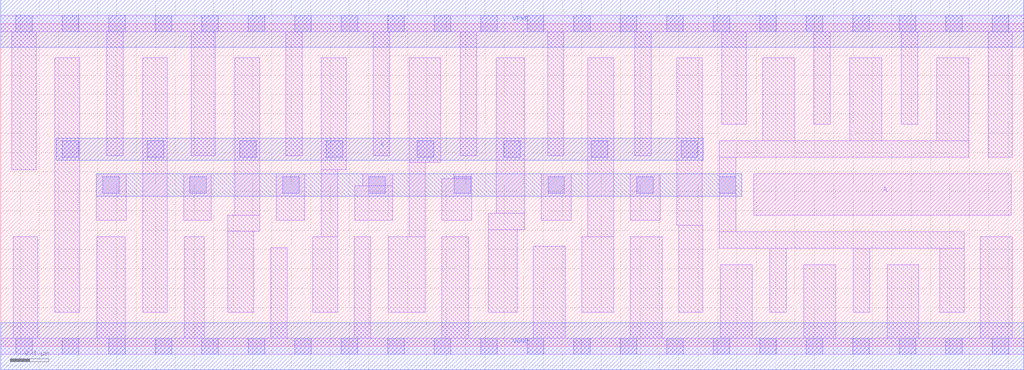
<source format=lef>
# Copyright 2020 The SkyWater PDK Authors
#
# Licensed under the Apache License, Version 2.0 (the "License");
# you may not use this file except in compliance with the License.
# You may obtain a copy of the License at
#
#     https://www.apache.org/licenses/LICENSE-2.0
#
# Unless required by applicable law or agreed to in writing, software
# distributed under the License is distributed on an "AS IS" BASIS,
# WITHOUT WARRANTIES OR CONDITIONS OF ANY KIND, either express or implied.
# See the License for the specific language governing permissions and
# limitations under the License.
#
# SPDX-License-Identifier: Apache-2.0

VERSION 5.7 ;
  NAMESCASESENSITIVE ON ;
  NOWIREEXTENSIONATPIN ON ;
  DIVIDERCHAR "/" ;
  BUSBITCHARS "[]" ;
UNITS
  DATABASE MICRONS 200 ;
END UNITS
MACRO sky130_fd_sc_ls__buf_16
  CLASS CORE ;
  FOREIGN sky130_fd_sc_ls__buf_16 ;
  ORIGIN  0.000000  0.000000 ;
  SIZE  10.56000 BY  3.330000 ;
  SYMMETRY X Y ;
  SITE unit ;
  PIN A
    ANTENNAGATEAREA  1.674000 ;
    DIRECTION INPUT ;
    USE SIGNAL ;
    PORT
      LAYER li1 ;
        RECT 7.775000 1.350000 10.435000 1.780000 ;
    END
  END A
  PIN X
    ANTENNADIFFAREA  4.345600 ;
    DIRECTION OUTPUT ;
    USE SIGNAL ;
    PORT
      LAYER met1 ;
        RECT 0.575000 1.920000 7.255000 2.150000 ;
    END
  END X
  PIN VGND
    DIRECTION INOUT ;
    SHAPE ABUTMENT ;
    USE GROUND ;
    PORT
      LAYER met1 ;
        RECT 0.000000 -0.245000 10.560000 0.245000 ;
    END
  END VGND
  PIN VPWR
    DIRECTION INOUT ;
    SHAPE ABUTMENT ;
    USE POWER ;
    PORT
      LAYER met1 ;
        RECT 0.000000 3.085000 10.560000 3.575000 ;
    END
  END VPWR
  OBS
    LAYER li1 ;
      RECT  0.000000 -0.085000 10.560000 0.085000 ;
      RECT  0.000000  3.245000 10.560000 3.415000 ;
      RECT  0.115000  1.820000  0.365000 3.245000 ;
      RECT  0.130000  0.085000  0.380000 1.130000 ;
      RECT  0.560000  0.350000  0.815000 2.980000 ;
      RECT  0.985000  1.300000  1.295000 1.780000 ;
      RECT  0.990000  0.085000  1.285000 1.130000 ;
      RECT  1.095000  1.965000  1.265000 3.245000 ;
      RECT  1.465000  0.350000  1.720000 2.980000 ;
      RECT  1.890000  1.300000  2.175000 1.780000 ;
      RECT  1.895000  0.085000  2.100000 1.130000 ;
      RECT  1.965000  1.965000  2.215000 3.245000 ;
      RECT  2.345000  0.350000  2.610000 1.185000 ;
      RECT  2.345000  1.185000  2.675000 1.355000 ;
      RECT  2.415000  1.355000  2.675000 2.980000 ;
      RECT  2.790000  0.085000  2.960000 1.015000 ;
      RECT  2.845000  1.300000  3.140000 1.780000 ;
      RECT  2.945000  1.965000  3.115000 3.245000 ;
      RECT  3.220000  0.350000  3.480000 1.130000 ;
      RECT  3.310000  1.130000  3.480000 1.820000 ;
      RECT  3.310000  1.820000  3.565000 2.980000 ;
      RECT  3.650000  0.085000  3.820000 1.130000 ;
      RECT  3.655000  1.300000  4.045000 1.655000 ;
      RECT  3.735000  1.655000  4.045000 1.780000 ;
      RECT  3.845000  1.965000  4.015000 3.245000 ;
      RECT  4.000000  0.350000  4.385000 1.130000 ;
      RECT  4.215000  1.130000  4.385000 1.900000 ;
      RECT  4.215000  1.900000  4.545000 2.980000 ;
      RECT  4.555000  0.085000  4.830000 1.130000 ;
      RECT  4.555000  1.300000  4.865000 1.730000 ;
      RECT  4.675000  1.730000  4.865000 1.780000 ;
      RECT  4.745000  1.965000  4.915000 3.245000 ;
      RECT  5.035000  0.350000  5.330000 1.205000 ;
      RECT  5.035000  1.205000  5.410000 1.375000 ;
      RECT  5.115000  1.375000  5.410000 2.980000 ;
      RECT  5.500000  0.085000  5.830000 1.035000 ;
      RECT  5.580000  1.300000  5.890000 1.780000 ;
      RECT  5.645000  1.965000  5.815000 3.245000 ;
      RECT  6.000000  0.350000  6.330000 1.130000 ;
      RECT  6.060000  1.130000  6.330000 2.980000 ;
      RECT  6.500000  0.085000  6.830000 1.130000 ;
      RECT  6.500000  1.300000  6.810000 1.780000 ;
      RECT  6.545000  1.965000  6.715000 3.245000 ;
      RECT  6.980000  1.250000  7.245000 2.980000 ;
      RECT  7.000000  0.350000  7.250000 1.250000 ;
      RECT  7.420000  1.010000  9.945000 1.180000 ;
      RECT  7.420000  1.180000  7.590000 1.950000 ;
      RECT  7.420000  1.950000  9.995000 2.120000 ;
      RECT  7.430000  0.085000  7.760000 0.840000 ;
      RECT  7.445000  2.290000  7.695000 3.245000 ;
      RECT  7.865000  2.120000  8.195000 2.980000 ;
      RECT  7.940000  0.350000  8.110000 1.010000 ;
      RECT  8.290000  0.085000  8.620000 0.840000 ;
      RECT  8.395000  2.290000  8.565000 3.245000 ;
      RECT  8.765000  2.120000  9.095000 2.980000 ;
      RECT  8.800000  0.350000  8.970000 1.010000 ;
      RECT  9.150000  0.085000  9.480000 0.840000 ;
      RECT  9.295000  2.290000  9.465000 3.245000 ;
      RECT  9.665000  2.120000  9.995000 2.980000 ;
      RECT  9.695000  0.350000  9.945000 1.010000 ;
      RECT 10.115000  0.085000 10.445000 1.130000 ;
      RECT 10.195000  1.950000 10.445000 3.245000 ;
    LAYER mcon ;
      RECT  0.155000 -0.085000  0.325000 0.085000 ;
      RECT  0.155000  3.245000  0.325000 3.415000 ;
      RECT  0.635000 -0.085000  0.805000 0.085000 ;
      RECT  0.635000  1.950000  0.805000 2.120000 ;
      RECT  0.635000  3.245000  0.805000 3.415000 ;
      RECT  1.055000  1.580000  1.225000 1.750000 ;
      RECT  1.115000 -0.085000  1.285000 0.085000 ;
      RECT  1.115000  3.245000  1.285000 3.415000 ;
      RECT  1.515000  1.950000  1.685000 2.120000 ;
      RECT  1.595000 -0.085000  1.765000 0.085000 ;
      RECT  1.595000  3.245000  1.765000 3.415000 ;
      RECT  1.950000  1.580000  2.120000 1.750000 ;
      RECT  2.075000 -0.085000  2.245000 0.085000 ;
      RECT  2.075000  3.245000  2.245000 3.415000 ;
      RECT  2.470000  1.950000  2.640000 2.120000 ;
      RECT  2.555000 -0.085000  2.725000 0.085000 ;
      RECT  2.555000  3.245000  2.725000 3.415000 ;
      RECT  2.910000  1.580000  3.080000 1.750000 ;
      RECT  3.035000 -0.085000  3.205000 0.085000 ;
      RECT  3.035000  3.245000  3.205000 3.415000 ;
      RECT  3.360000  1.950000  3.530000 2.120000 ;
      RECT  3.515000 -0.085000  3.685000 0.085000 ;
      RECT  3.515000  3.245000  3.685000 3.415000 ;
      RECT  3.800000  1.580000  3.970000 1.750000 ;
      RECT  3.995000 -0.085000  4.165000 0.085000 ;
      RECT  3.995000  3.245000  4.165000 3.415000 ;
      RECT  4.300000  1.950000  4.470000 2.120000 ;
      RECT  4.475000 -0.085000  4.645000 0.085000 ;
      RECT  4.475000  3.245000  4.645000 3.415000 ;
      RECT  4.680000  1.580000  4.850000 1.750000 ;
      RECT  4.955000 -0.085000  5.125000 0.085000 ;
      RECT  4.955000  3.245000  5.125000 3.415000 ;
      RECT  5.195000  1.950000  5.365000 2.120000 ;
      RECT  5.435000 -0.085000  5.605000 0.085000 ;
      RECT  5.435000  3.245000  5.605000 3.415000 ;
      RECT  5.650000  1.580000  5.820000 1.750000 ;
      RECT  5.915000 -0.085000  6.085000 0.085000 ;
      RECT  5.915000  3.245000  6.085000 3.415000 ;
      RECT  6.095000  1.950000  6.265000 2.120000 ;
      RECT  6.395000 -0.085000  6.565000 0.085000 ;
      RECT  6.395000  3.245000  6.565000 3.415000 ;
      RECT  6.565000  1.580000  6.735000 1.750000 ;
      RECT  6.875000 -0.085000  7.045000 0.085000 ;
      RECT  6.875000  3.245000  7.045000 3.415000 ;
      RECT  7.025000  1.950000  7.195000 2.120000 ;
      RECT  7.355000 -0.085000  7.525000 0.085000 ;
      RECT  7.355000  3.245000  7.525000 3.415000 ;
      RECT  7.420000  1.580000  7.590000 1.750000 ;
      RECT  7.835000 -0.085000  8.005000 0.085000 ;
      RECT  7.835000  3.245000  8.005000 3.415000 ;
      RECT  8.315000 -0.085000  8.485000 0.085000 ;
      RECT  8.315000  3.245000  8.485000 3.415000 ;
      RECT  8.795000 -0.085000  8.965000 0.085000 ;
      RECT  8.795000  3.245000  8.965000 3.415000 ;
      RECT  9.275000 -0.085000  9.445000 0.085000 ;
      RECT  9.275000  3.245000  9.445000 3.415000 ;
      RECT  9.755000 -0.085000  9.925000 0.085000 ;
      RECT  9.755000  3.245000  9.925000 3.415000 ;
      RECT 10.235000 -0.085000 10.405000 0.085000 ;
      RECT 10.235000  3.245000 10.405000 3.415000 ;
    LAYER met1 ;
      RECT 0.985000 1.550000 7.650000 1.780000 ;
  END
END sky130_fd_sc_ls__buf_16
END LIBRARY

</source>
